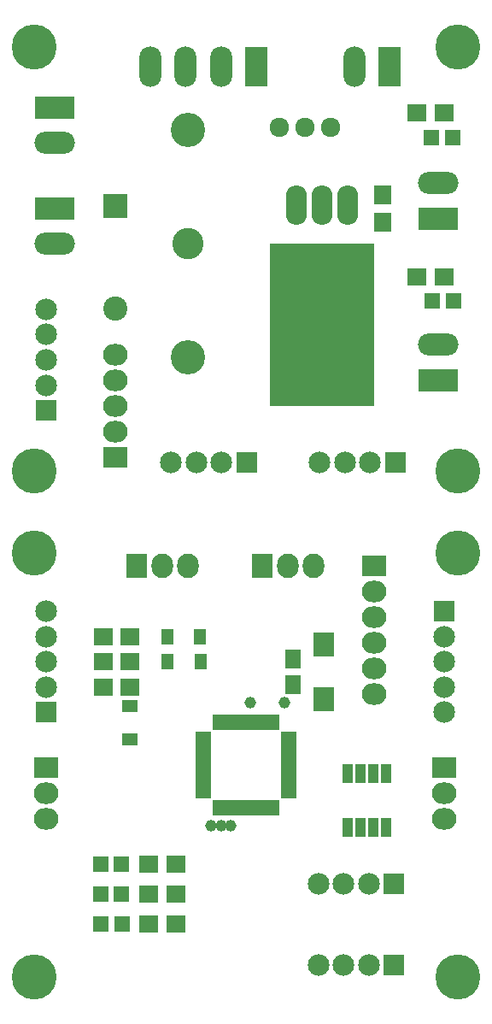
<source format=gbr>
G04 #@! TF.FileFunction,Soldermask,Top*
%FSLAX46Y46*%
G04 Gerber Fmt 4.6, Leading zero omitted, Abs format (unit mm)*
G04 Created by KiCad (PCBNEW 4.0.5) date Thu Feb 16 16:16:10 2017*
%MOMM*%
%LPD*%
G01*
G04 APERTURE LIST*
%ADD10C,0.100000*%
%ADD11R,2.150000X2.150000*%
%ADD12C,2.150000*%
%ADD13O,2.099260X3.900120*%
%ADD14R,10.400000X16.150000*%
%ADD15C,1.924000*%
%ADD16C,3.400000*%
%ADD17C,3.100000*%
%ADD18R,4.000000X2.200000*%
%ADD19O,4.000000X2.200000*%
%ADD20C,2.398980*%
%ADD21R,2.398980X2.398980*%
%ADD22R,1.598880X1.598880*%
%ADD23R,2.432000X2.127200*%
%ADD24O,2.432000X2.127200*%
%ADD25R,1.900000X1.700000*%
%ADD26R,1.700000X1.900000*%
%ADD27R,2.200000X4.000000*%
%ADD28O,2.200000X4.000000*%
%ADD29C,4.464000*%
%ADD30R,1.000000X1.950000*%
%ADD31C,1.150000*%
%ADD32R,1.650000X1.900000*%
%ADD33R,1.310000X1.620000*%
%ADD34R,1.620000X1.310000*%
%ADD35R,2.127200X2.432000*%
%ADD36O,2.127200X2.432000*%
%ADD37R,2.000000X2.400000*%
%ADD38R,1.600000X1.000000*%
%ADD39R,1.000000X1.600000*%
G04 APERTURE END LIST*
D10*
D11*
X125050000Y-95175000D03*
D12*
X122550000Y-95175000D03*
X120050000Y-95175000D03*
X117550000Y-95175000D03*
D13*
X132550000Y-69636000D03*
X135090000Y-69636000D03*
X130010000Y-69636000D03*
D14*
X132550000Y-81550000D03*
D15*
X135550000Y-83136000D03*
X135550000Y-81136000D03*
X135550000Y-79136000D03*
X135550000Y-77136000D03*
X135550000Y-75136000D03*
X133550000Y-77136000D03*
X133550000Y-75136000D03*
X133550000Y-79136000D03*
X133550000Y-81136000D03*
X133550000Y-83136000D03*
X131550000Y-75136000D03*
X129550000Y-79136000D03*
X131550000Y-79136000D03*
X131550000Y-77136000D03*
X129550000Y-75136000D03*
X129550000Y-77136000D03*
X129550000Y-81136000D03*
X131550000Y-83136000D03*
X131550000Y-81136000D03*
X129550000Y-83136000D03*
X135550000Y-85136000D03*
X135550000Y-87636000D03*
X129550000Y-85136000D03*
X129550000Y-87636000D03*
D16*
X119250000Y-84750000D03*
X119250000Y-62250000D03*
D17*
X119250000Y-73500000D03*
D18*
X144000000Y-87000000D03*
D19*
X144000000Y-83500000D03*
D11*
X139775000Y-95175000D03*
D12*
X137275000Y-95175000D03*
X134775000Y-95175000D03*
X132275000Y-95175000D03*
D11*
X105200000Y-90000000D03*
D12*
X105200000Y-87500000D03*
X105200000Y-85000000D03*
X105200000Y-82500000D03*
X105200000Y-80000000D03*
D20*
X112007620Y-79910000D03*
D21*
X112007620Y-69750000D03*
D22*
X143450980Y-79150000D03*
X145549020Y-79150000D03*
X143401960Y-63000000D03*
X145500000Y-63000000D03*
D23*
X112000000Y-94620000D03*
D24*
X112000000Y-92080000D03*
X112000000Y-89540000D03*
X112000000Y-87000000D03*
X112000000Y-84460000D03*
D25*
X141900000Y-76750000D03*
X144600000Y-76750000D03*
X141900000Y-60500000D03*
X144600000Y-60500000D03*
D15*
X130790000Y-62000000D03*
X128250000Y-62000000D03*
X133330000Y-62000000D03*
D26*
X138500000Y-71350000D03*
X138500000Y-68650000D03*
D18*
X106000000Y-60000000D03*
D19*
X106000000Y-63500000D03*
D18*
X106000000Y-70000000D03*
D19*
X106000000Y-73500000D03*
D27*
X126000000Y-56000000D03*
D28*
X122500000Y-56000000D03*
X119000000Y-56000000D03*
X115500000Y-56000000D03*
D27*
X139250000Y-56000000D03*
D28*
X135750000Y-56000000D03*
D18*
X144000000Y-71000000D03*
D19*
X144000000Y-67500000D03*
D29*
X104000000Y-96000000D03*
X104000000Y-54000000D03*
X146000000Y-96000000D03*
X146000000Y-54000000D03*
D30*
X138909000Y-125940000D03*
X137639000Y-125940000D03*
X136369000Y-125940000D03*
X135099000Y-125940000D03*
X135099000Y-131340000D03*
X136369000Y-131340000D03*
X137639000Y-131340000D03*
X138909000Y-131340000D03*
D31*
X125404000Y-118940000D03*
X128804000Y-118940000D03*
X123504000Y-131140000D03*
X122504000Y-131140000D03*
D29*
X146004000Y-104140000D03*
X104004000Y-104140000D03*
X104004000Y-146140000D03*
X146004000Y-146140000D03*
D11*
X139664000Y-136920000D03*
D12*
X137164000Y-136920000D03*
X134664000Y-136920000D03*
X132164000Y-136920000D03*
D32*
X129664000Y-117170000D03*
X129664000Y-114670000D03*
D33*
X117179000Y-112420000D03*
X120449000Y-112420000D03*
X117194000Y-114920000D03*
X120464000Y-114920000D03*
D34*
X113514000Y-119285000D03*
X113514000Y-122555000D03*
D22*
X112713020Y-140920000D03*
X110614980Y-140920000D03*
X112664000Y-134920000D03*
X110565960Y-134920000D03*
X112664000Y-137920000D03*
X110565960Y-137920000D03*
D11*
X105164000Y-119920000D03*
D12*
X105164000Y-117420000D03*
X105164000Y-114920000D03*
X105164000Y-112420000D03*
X105164000Y-109920000D03*
D23*
X105164000Y-125380000D03*
D24*
X105164000Y-127920000D03*
X105164000Y-130460000D03*
D11*
X144664000Y-109920000D03*
D12*
X144664000Y-112420000D03*
X144664000Y-114920000D03*
X144664000Y-117420000D03*
X144664000Y-119920000D03*
D23*
X144664000Y-125380000D03*
D24*
X144664000Y-127920000D03*
X144664000Y-130460000D03*
D23*
X137664000Y-105380000D03*
D24*
X137664000Y-107920000D03*
X137664000Y-110460000D03*
X137664000Y-113000000D03*
X137664000Y-115540000D03*
X137664000Y-118080000D03*
D11*
X139664000Y-144920000D03*
D12*
X137164000Y-144920000D03*
X134664000Y-144920000D03*
X132164000Y-144920000D03*
D35*
X114124000Y-105420000D03*
D36*
X116664000Y-105420000D03*
X119204000Y-105420000D03*
D35*
X126624000Y-105420000D03*
D36*
X129164000Y-105420000D03*
X131704000Y-105420000D03*
D25*
X113514000Y-112420000D03*
X110814000Y-112420000D03*
X113514000Y-114920000D03*
X110814000Y-114920000D03*
X113514000Y-117420000D03*
X110814000Y-117420000D03*
X118014000Y-140920000D03*
X115314000Y-140920000D03*
X118014000Y-134920000D03*
X115314000Y-134920000D03*
X118014000Y-137920000D03*
X115314000Y-137920000D03*
D37*
X132664000Y-113220000D03*
X132664000Y-118620000D03*
D38*
X120754000Y-122340000D03*
X120754000Y-123140000D03*
X120754000Y-123940000D03*
X120754000Y-124740000D03*
X120754000Y-125540000D03*
X120754000Y-126340000D03*
X120754000Y-127140000D03*
X120754000Y-127940000D03*
D39*
X122204000Y-129390000D03*
X123004000Y-129390000D03*
X123804000Y-129390000D03*
X124604000Y-129390000D03*
X125404000Y-129390000D03*
X126204000Y-129390000D03*
X127004000Y-129390000D03*
X127804000Y-129390000D03*
D38*
X129254000Y-127940000D03*
X129254000Y-127140000D03*
X129254000Y-126340000D03*
X129254000Y-125540000D03*
X129254000Y-124740000D03*
X129254000Y-123940000D03*
X129254000Y-123140000D03*
X129254000Y-122340000D03*
D39*
X127804000Y-120890000D03*
X127004000Y-120890000D03*
X126204000Y-120890000D03*
X125404000Y-120890000D03*
X124604000Y-120890000D03*
X123804000Y-120890000D03*
X123004000Y-120890000D03*
X122204000Y-120890000D03*
D31*
X121504000Y-131140000D03*
M02*

</source>
